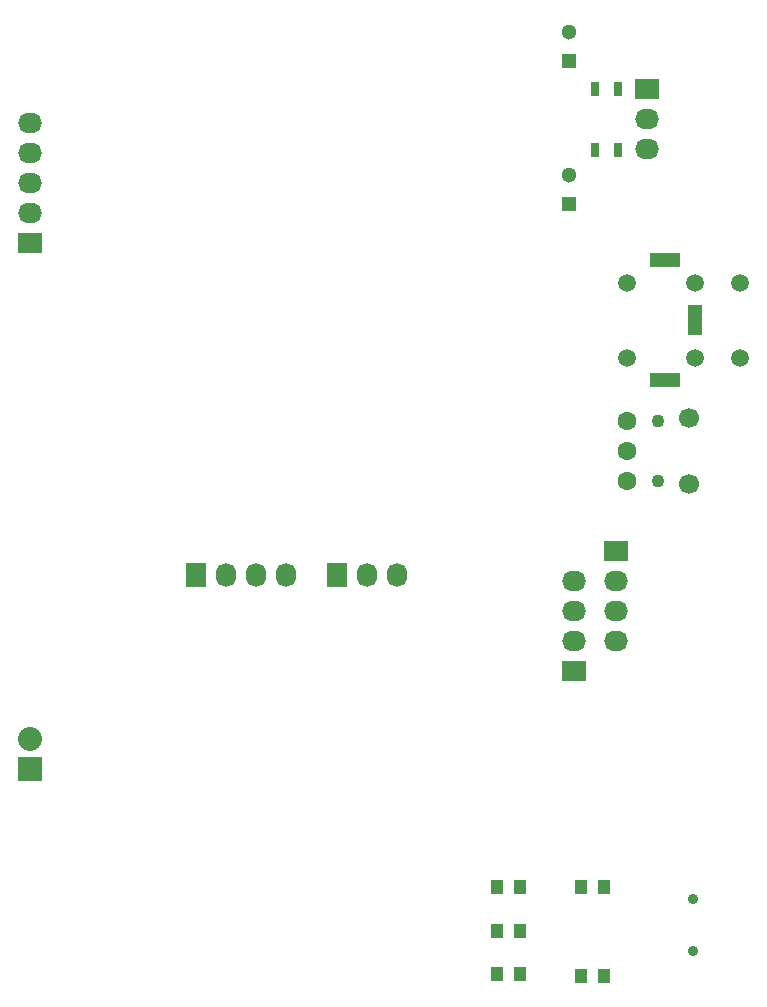
<source format=gbs>
G04 #@! TF.FileFunction,Soldermask,Bot*
%FSLAX46Y46*%
G04 Gerber Fmt 4.6, Leading zero omitted, Abs format (unit mm)*
G04 Created by KiCad (PCBNEW (2015-05-12 BZR 5652)-product) date Ср 27 май 2015 12:57:51*
%MOMM*%
G01*
G04 APERTURE LIST*
%ADD10C,0.100000*%
%ADD11R,1.727200X2.032000*%
%ADD12O,1.727200X2.032000*%
%ADD13R,1.000000X1.250000*%
%ADD14C,0.899160*%
%ADD15R,1.300000X1.300000*%
%ADD16C,1.300000*%
%ADD17R,2.032000X1.727200*%
%ADD18O,2.032000X1.727200*%
%ADD19R,2.032000X2.032000*%
%ADD20O,2.032000X2.032000*%
%ADD21R,0.700000X1.300000*%
%ADD22C,1.500000*%
%ADD23R,1.200000X2.600000*%
%ADD24R,2.600000X1.200000*%
%ADD25C,1.600000*%
%ADD26C,1.100000*%
%ADD27C,1.700000*%
G04 APERTURE END LIST*
D10*
D11*
X29000000Y49400000D03*
D12*
X31540000Y49400000D03*
X34080000Y49400000D03*
D13*
X51600000Y23000000D03*
X49600000Y23000000D03*
D14*
X59149100Y17600360D03*
X59149100Y21999640D03*
D13*
X44500000Y19300000D03*
X42500000Y19300000D03*
X44500000Y15600000D03*
X42500000Y15600000D03*
X44500000Y23000000D03*
X42500000Y23000000D03*
X49600000Y15500000D03*
X51600000Y15500000D03*
D15*
X48600000Y80800000D03*
D16*
X48600000Y83300000D03*
D15*
X48600000Y92900000D03*
D16*
X48600000Y95400000D03*
D17*
X3000000Y77500000D03*
D18*
X3000000Y80040000D03*
X3000000Y82580000D03*
X3000000Y85120000D03*
X3000000Y87660000D03*
D19*
X3000000Y33000000D03*
D20*
X3000000Y35540000D03*
D17*
X49000000Y41320000D03*
D18*
X49000000Y43860000D03*
X49000000Y46400000D03*
X49000000Y48940000D03*
D17*
X52600000Y51480000D03*
D18*
X52600000Y48940000D03*
X52600000Y46400000D03*
X52600000Y43860000D03*
D11*
X17000000Y49400000D03*
D12*
X19540000Y49400000D03*
X22080000Y49400000D03*
X24620000Y49400000D03*
D17*
X55200000Y90540000D03*
D18*
X55200000Y88000000D03*
X55200000Y85460000D03*
D21*
X52750000Y90600000D03*
X50850000Y90600000D03*
X52750000Y85400000D03*
X50850000Y85400000D03*
D22*
X59250000Y74175000D03*
X59250000Y67825000D03*
X63060000Y74175000D03*
X63060000Y67825000D03*
X53535000Y74175000D03*
X53535000Y67825000D03*
D23*
X59250000Y71000000D03*
D24*
X56710000Y65920000D03*
X56710000Y76080000D03*
D25*
X53500000Y62440000D03*
X53500000Y59900000D03*
X53500000Y57360000D03*
D26*
X56125000Y62440000D03*
X56125000Y57360000D03*
D27*
X58735000Y62700000D03*
X58735000Y57100000D03*
M02*

</source>
